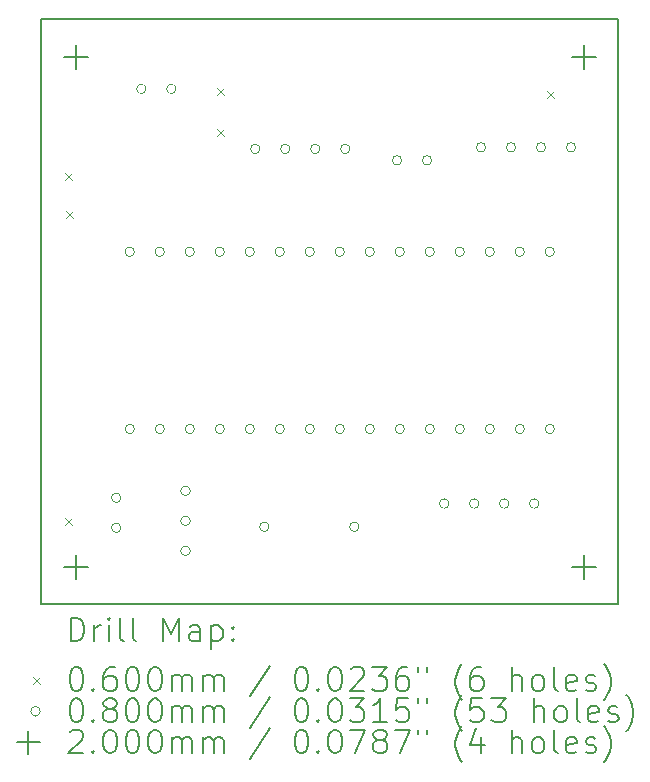
<source format=gbr>
%TF.GenerationSoftware,KiCad,Pcbnew,(6.0.7)*%
%TF.CreationDate,2022-12-27T14:57:17-05:00*%
%TF.ProjectId,smt_oven_120AC,736d745f-6f76-4656-9e5f-31323041432e,rev?*%
%TF.SameCoordinates,Original*%
%TF.FileFunction,Drillmap*%
%TF.FilePolarity,Positive*%
%FSLAX45Y45*%
G04 Gerber Fmt 4.5, Leading zero omitted, Abs format (unit mm)*
G04 Created by KiCad (PCBNEW (6.0.7)) date 2022-12-27 14:57:17*
%MOMM*%
%LPD*%
G01*
G04 APERTURE LIST*
%ADD10C,0.150000*%
%ADD11C,0.200000*%
%ADD12C,0.060000*%
%ADD13C,0.080000*%
G04 APERTURE END LIST*
D10*
X5305000Y-3060000D02*
X10190000Y-3060000D01*
X10190000Y-3060000D02*
X10190000Y-8010000D01*
X10190000Y-8010000D02*
X5305000Y-8010000D01*
X5305000Y-8010000D02*
X5305000Y-3060000D01*
D11*
D12*
X5510000Y-4360000D02*
X5570000Y-4420000D01*
X5570000Y-4360000D02*
X5510000Y-4420000D01*
X5510000Y-7285000D02*
X5570000Y-7345000D01*
X5570000Y-7285000D02*
X5510000Y-7345000D01*
X5515000Y-4685000D02*
X5575000Y-4745000D01*
X5575000Y-4685000D02*
X5515000Y-4745000D01*
X6790000Y-3640000D02*
X6850000Y-3700000D01*
X6850000Y-3640000D02*
X6790000Y-3700000D01*
X6795000Y-3990000D02*
X6855000Y-4050000D01*
X6855000Y-3990000D02*
X6795000Y-4050000D01*
X9590000Y-3670000D02*
X9650000Y-3730000D01*
X9650000Y-3670000D02*
X9590000Y-3730000D01*
D13*
X5980000Y-7113500D02*
G75*
G03*
X5980000Y-7113500I-40000J0D01*
G01*
X5980000Y-7367500D02*
G75*
G03*
X5980000Y-7367500I-40000J0D01*
G01*
X6095000Y-5031000D02*
G75*
G03*
X6095000Y-5031000I-40000J0D01*
G01*
X6095000Y-6531000D02*
G75*
G03*
X6095000Y-6531000I-40000J0D01*
G01*
X6193000Y-3652000D02*
G75*
G03*
X6193000Y-3652000I-40000J0D01*
G01*
X6349000Y-5031000D02*
G75*
G03*
X6349000Y-5031000I-40000J0D01*
G01*
X6349000Y-6531000D02*
G75*
G03*
X6349000Y-6531000I-40000J0D01*
G01*
X6447000Y-3652000D02*
G75*
G03*
X6447000Y-3652000I-40000J0D01*
G01*
X6567000Y-7056000D02*
G75*
G03*
X6567000Y-7056000I-40000J0D01*
G01*
X6567000Y-7310000D02*
G75*
G03*
X6567000Y-7310000I-40000J0D01*
G01*
X6567000Y-7564000D02*
G75*
G03*
X6567000Y-7564000I-40000J0D01*
G01*
X6603000Y-5031000D02*
G75*
G03*
X6603000Y-5031000I-40000J0D01*
G01*
X6603000Y-6531000D02*
G75*
G03*
X6603000Y-6531000I-40000J0D01*
G01*
X6857000Y-5031000D02*
G75*
G03*
X6857000Y-5031000I-40000J0D01*
G01*
X6857000Y-6531000D02*
G75*
G03*
X6857000Y-6531000I-40000J0D01*
G01*
X7111000Y-5031000D02*
G75*
G03*
X7111000Y-5031000I-40000J0D01*
G01*
X7111000Y-6531000D02*
G75*
G03*
X7111000Y-6531000I-40000J0D01*
G01*
X7158000Y-4160000D02*
G75*
G03*
X7158000Y-4160000I-40000J0D01*
G01*
X7234000Y-7360000D02*
G75*
G03*
X7234000Y-7360000I-40000J0D01*
G01*
X7365000Y-5031000D02*
G75*
G03*
X7365000Y-5031000I-40000J0D01*
G01*
X7365000Y-6531000D02*
G75*
G03*
X7365000Y-6531000I-40000J0D01*
G01*
X7412000Y-4160000D02*
G75*
G03*
X7412000Y-4160000I-40000J0D01*
G01*
X7619000Y-5031000D02*
G75*
G03*
X7619000Y-5031000I-40000J0D01*
G01*
X7619000Y-6531000D02*
G75*
G03*
X7619000Y-6531000I-40000J0D01*
G01*
X7666000Y-4160000D02*
G75*
G03*
X7666000Y-4160000I-40000J0D01*
G01*
X7873000Y-5031000D02*
G75*
G03*
X7873000Y-5031000I-40000J0D01*
G01*
X7873000Y-6531000D02*
G75*
G03*
X7873000Y-6531000I-40000J0D01*
G01*
X7920000Y-4160000D02*
G75*
G03*
X7920000Y-4160000I-40000J0D01*
G01*
X7996000Y-7360000D02*
G75*
G03*
X7996000Y-7360000I-40000J0D01*
G01*
X8127000Y-5031000D02*
G75*
G03*
X8127000Y-5031000I-40000J0D01*
G01*
X8127000Y-6531000D02*
G75*
G03*
X8127000Y-6531000I-40000J0D01*
G01*
X8358000Y-4257000D02*
G75*
G03*
X8358000Y-4257000I-40000J0D01*
G01*
X8381000Y-5031000D02*
G75*
G03*
X8381000Y-5031000I-40000J0D01*
G01*
X8381000Y-6531000D02*
G75*
G03*
X8381000Y-6531000I-40000J0D01*
G01*
X8612000Y-4257000D02*
G75*
G03*
X8612000Y-4257000I-40000J0D01*
G01*
X8635000Y-5031000D02*
G75*
G03*
X8635000Y-5031000I-40000J0D01*
G01*
X8635000Y-6531000D02*
G75*
G03*
X8635000Y-6531000I-40000J0D01*
G01*
X8758000Y-7162500D02*
G75*
G03*
X8758000Y-7162500I-40000J0D01*
G01*
X8889000Y-5031000D02*
G75*
G03*
X8889000Y-5031000I-40000J0D01*
G01*
X8889000Y-6531000D02*
G75*
G03*
X8889000Y-6531000I-40000J0D01*
G01*
X9012000Y-7162500D02*
G75*
G03*
X9012000Y-7162500I-40000J0D01*
G01*
X9069000Y-4147000D02*
G75*
G03*
X9069000Y-4147000I-40000J0D01*
G01*
X9143000Y-5031000D02*
G75*
G03*
X9143000Y-5031000I-40000J0D01*
G01*
X9143000Y-6531000D02*
G75*
G03*
X9143000Y-6531000I-40000J0D01*
G01*
X9266000Y-7162500D02*
G75*
G03*
X9266000Y-7162500I-40000J0D01*
G01*
X9323000Y-4147000D02*
G75*
G03*
X9323000Y-4147000I-40000J0D01*
G01*
X9397000Y-5031000D02*
G75*
G03*
X9397000Y-5031000I-40000J0D01*
G01*
X9397000Y-6531000D02*
G75*
G03*
X9397000Y-6531000I-40000J0D01*
G01*
X9520000Y-7162500D02*
G75*
G03*
X9520000Y-7162500I-40000J0D01*
G01*
X9577000Y-4147000D02*
G75*
G03*
X9577000Y-4147000I-40000J0D01*
G01*
X9651000Y-5031000D02*
G75*
G03*
X9651000Y-5031000I-40000J0D01*
G01*
X9651000Y-6531000D02*
G75*
G03*
X9651000Y-6531000I-40000J0D01*
G01*
X9831000Y-4147000D02*
G75*
G03*
X9831000Y-4147000I-40000J0D01*
G01*
D11*
X5600000Y-3280000D02*
X5600000Y-3480000D01*
X5500000Y-3380000D02*
X5700000Y-3380000D01*
X5600000Y-7600000D02*
X5600000Y-7800000D01*
X5500000Y-7700000D02*
X5700000Y-7700000D01*
X9900000Y-3280000D02*
X9900000Y-3480000D01*
X9800000Y-3380000D02*
X10000000Y-3380000D01*
X9900000Y-7600000D02*
X9900000Y-7800000D01*
X9800000Y-7700000D02*
X10000000Y-7700000D01*
X5555119Y-8327976D02*
X5555119Y-8127976D01*
X5602738Y-8127976D01*
X5631309Y-8137500D01*
X5650357Y-8156548D01*
X5659881Y-8175595D01*
X5669405Y-8213690D01*
X5669405Y-8242262D01*
X5659881Y-8280357D01*
X5650357Y-8299405D01*
X5631309Y-8318452D01*
X5602738Y-8327976D01*
X5555119Y-8327976D01*
X5755119Y-8327976D02*
X5755119Y-8194643D01*
X5755119Y-8232738D02*
X5764643Y-8213690D01*
X5774167Y-8204167D01*
X5793214Y-8194643D01*
X5812262Y-8194643D01*
X5878928Y-8327976D02*
X5878928Y-8194643D01*
X5878928Y-8127976D02*
X5869405Y-8137500D01*
X5878928Y-8147024D01*
X5888452Y-8137500D01*
X5878928Y-8127976D01*
X5878928Y-8147024D01*
X6002738Y-8327976D02*
X5983690Y-8318452D01*
X5974167Y-8299405D01*
X5974167Y-8127976D01*
X6107500Y-8327976D02*
X6088452Y-8318452D01*
X6078928Y-8299405D01*
X6078928Y-8127976D01*
X6336071Y-8327976D02*
X6336071Y-8127976D01*
X6402738Y-8270833D01*
X6469405Y-8127976D01*
X6469405Y-8327976D01*
X6650357Y-8327976D02*
X6650357Y-8223214D01*
X6640833Y-8204167D01*
X6621786Y-8194643D01*
X6583690Y-8194643D01*
X6564643Y-8204167D01*
X6650357Y-8318452D02*
X6631309Y-8327976D01*
X6583690Y-8327976D01*
X6564643Y-8318452D01*
X6555119Y-8299405D01*
X6555119Y-8280357D01*
X6564643Y-8261309D01*
X6583690Y-8251786D01*
X6631309Y-8251786D01*
X6650357Y-8242262D01*
X6745595Y-8194643D02*
X6745595Y-8394643D01*
X6745595Y-8204167D02*
X6764643Y-8194643D01*
X6802738Y-8194643D01*
X6821786Y-8204167D01*
X6831309Y-8213690D01*
X6840833Y-8232738D01*
X6840833Y-8289881D01*
X6831309Y-8308928D01*
X6821786Y-8318452D01*
X6802738Y-8327976D01*
X6764643Y-8327976D01*
X6745595Y-8318452D01*
X6926548Y-8308928D02*
X6936071Y-8318452D01*
X6926548Y-8327976D01*
X6917024Y-8318452D01*
X6926548Y-8308928D01*
X6926548Y-8327976D01*
X6926548Y-8204167D02*
X6936071Y-8213690D01*
X6926548Y-8223214D01*
X6917024Y-8213690D01*
X6926548Y-8204167D01*
X6926548Y-8223214D01*
D12*
X5237500Y-8627500D02*
X5297500Y-8687500D01*
X5297500Y-8627500D02*
X5237500Y-8687500D01*
D11*
X5593214Y-8547976D02*
X5612262Y-8547976D01*
X5631309Y-8557500D01*
X5640833Y-8567024D01*
X5650357Y-8586071D01*
X5659881Y-8624167D01*
X5659881Y-8671786D01*
X5650357Y-8709881D01*
X5640833Y-8728929D01*
X5631309Y-8738452D01*
X5612262Y-8747976D01*
X5593214Y-8747976D01*
X5574167Y-8738452D01*
X5564643Y-8728929D01*
X5555119Y-8709881D01*
X5545595Y-8671786D01*
X5545595Y-8624167D01*
X5555119Y-8586071D01*
X5564643Y-8567024D01*
X5574167Y-8557500D01*
X5593214Y-8547976D01*
X5745595Y-8728929D02*
X5755119Y-8738452D01*
X5745595Y-8747976D01*
X5736071Y-8738452D01*
X5745595Y-8728929D01*
X5745595Y-8747976D01*
X5926548Y-8547976D02*
X5888452Y-8547976D01*
X5869405Y-8557500D01*
X5859881Y-8567024D01*
X5840833Y-8595595D01*
X5831309Y-8633690D01*
X5831309Y-8709881D01*
X5840833Y-8728929D01*
X5850357Y-8738452D01*
X5869405Y-8747976D01*
X5907500Y-8747976D01*
X5926548Y-8738452D01*
X5936071Y-8728929D01*
X5945595Y-8709881D01*
X5945595Y-8662262D01*
X5936071Y-8643214D01*
X5926548Y-8633690D01*
X5907500Y-8624167D01*
X5869405Y-8624167D01*
X5850357Y-8633690D01*
X5840833Y-8643214D01*
X5831309Y-8662262D01*
X6069405Y-8547976D02*
X6088452Y-8547976D01*
X6107500Y-8557500D01*
X6117024Y-8567024D01*
X6126548Y-8586071D01*
X6136071Y-8624167D01*
X6136071Y-8671786D01*
X6126548Y-8709881D01*
X6117024Y-8728929D01*
X6107500Y-8738452D01*
X6088452Y-8747976D01*
X6069405Y-8747976D01*
X6050357Y-8738452D01*
X6040833Y-8728929D01*
X6031309Y-8709881D01*
X6021786Y-8671786D01*
X6021786Y-8624167D01*
X6031309Y-8586071D01*
X6040833Y-8567024D01*
X6050357Y-8557500D01*
X6069405Y-8547976D01*
X6259881Y-8547976D02*
X6278928Y-8547976D01*
X6297976Y-8557500D01*
X6307500Y-8567024D01*
X6317024Y-8586071D01*
X6326548Y-8624167D01*
X6326548Y-8671786D01*
X6317024Y-8709881D01*
X6307500Y-8728929D01*
X6297976Y-8738452D01*
X6278928Y-8747976D01*
X6259881Y-8747976D01*
X6240833Y-8738452D01*
X6231309Y-8728929D01*
X6221786Y-8709881D01*
X6212262Y-8671786D01*
X6212262Y-8624167D01*
X6221786Y-8586071D01*
X6231309Y-8567024D01*
X6240833Y-8557500D01*
X6259881Y-8547976D01*
X6412262Y-8747976D02*
X6412262Y-8614643D01*
X6412262Y-8633690D02*
X6421786Y-8624167D01*
X6440833Y-8614643D01*
X6469405Y-8614643D01*
X6488452Y-8624167D01*
X6497976Y-8643214D01*
X6497976Y-8747976D01*
X6497976Y-8643214D02*
X6507500Y-8624167D01*
X6526548Y-8614643D01*
X6555119Y-8614643D01*
X6574167Y-8624167D01*
X6583690Y-8643214D01*
X6583690Y-8747976D01*
X6678928Y-8747976D02*
X6678928Y-8614643D01*
X6678928Y-8633690D02*
X6688452Y-8624167D01*
X6707500Y-8614643D01*
X6736071Y-8614643D01*
X6755119Y-8624167D01*
X6764643Y-8643214D01*
X6764643Y-8747976D01*
X6764643Y-8643214D02*
X6774167Y-8624167D01*
X6793214Y-8614643D01*
X6821786Y-8614643D01*
X6840833Y-8624167D01*
X6850357Y-8643214D01*
X6850357Y-8747976D01*
X7240833Y-8538452D02*
X7069405Y-8795595D01*
X7497976Y-8547976D02*
X7517024Y-8547976D01*
X7536071Y-8557500D01*
X7545595Y-8567024D01*
X7555119Y-8586071D01*
X7564643Y-8624167D01*
X7564643Y-8671786D01*
X7555119Y-8709881D01*
X7545595Y-8728929D01*
X7536071Y-8738452D01*
X7517024Y-8747976D01*
X7497976Y-8747976D01*
X7478928Y-8738452D01*
X7469405Y-8728929D01*
X7459881Y-8709881D01*
X7450357Y-8671786D01*
X7450357Y-8624167D01*
X7459881Y-8586071D01*
X7469405Y-8567024D01*
X7478928Y-8557500D01*
X7497976Y-8547976D01*
X7650357Y-8728929D02*
X7659881Y-8738452D01*
X7650357Y-8747976D01*
X7640833Y-8738452D01*
X7650357Y-8728929D01*
X7650357Y-8747976D01*
X7783690Y-8547976D02*
X7802738Y-8547976D01*
X7821786Y-8557500D01*
X7831309Y-8567024D01*
X7840833Y-8586071D01*
X7850357Y-8624167D01*
X7850357Y-8671786D01*
X7840833Y-8709881D01*
X7831309Y-8728929D01*
X7821786Y-8738452D01*
X7802738Y-8747976D01*
X7783690Y-8747976D01*
X7764643Y-8738452D01*
X7755119Y-8728929D01*
X7745595Y-8709881D01*
X7736071Y-8671786D01*
X7736071Y-8624167D01*
X7745595Y-8586071D01*
X7755119Y-8567024D01*
X7764643Y-8557500D01*
X7783690Y-8547976D01*
X7926548Y-8567024D02*
X7936071Y-8557500D01*
X7955119Y-8547976D01*
X8002738Y-8547976D01*
X8021786Y-8557500D01*
X8031309Y-8567024D01*
X8040833Y-8586071D01*
X8040833Y-8605119D01*
X8031309Y-8633690D01*
X7917024Y-8747976D01*
X8040833Y-8747976D01*
X8107500Y-8547976D02*
X8231309Y-8547976D01*
X8164643Y-8624167D01*
X8193214Y-8624167D01*
X8212262Y-8633690D01*
X8221786Y-8643214D01*
X8231309Y-8662262D01*
X8231309Y-8709881D01*
X8221786Y-8728929D01*
X8212262Y-8738452D01*
X8193214Y-8747976D01*
X8136071Y-8747976D01*
X8117024Y-8738452D01*
X8107500Y-8728929D01*
X8402738Y-8547976D02*
X8364643Y-8547976D01*
X8345595Y-8557500D01*
X8336071Y-8567024D01*
X8317024Y-8595595D01*
X8307500Y-8633690D01*
X8307500Y-8709881D01*
X8317024Y-8728929D01*
X8326548Y-8738452D01*
X8345595Y-8747976D01*
X8383690Y-8747976D01*
X8402738Y-8738452D01*
X8412262Y-8728929D01*
X8421786Y-8709881D01*
X8421786Y-8662262D01*
X8412262Y-8643214D01*
X8402738Y-8633690D01*
X8383690Y-8624167D01*
X8345595Y-8624167D01*
X8326548Y-8633690D01*
X8317024Y-8643214D01*
X8307500Y-8662262D01*
X8497976Y-8547976D02*
X8497976Y-8586071D01*
X8574167Y-8547976D02*
X8574167Y-8586071D01*
X8869405Y-8824167D02*
X8859881Y-8814643D01*
X8840833Y-8786071D01*
X8831310Y-8767024D01*
X8821786Y-8738452D01*
X8812262Y-8690833D01*
X8812262Y-8652738D01*
X8821786Y-8605119D01*
X8831310Y-8576548D01*
X8840833Y-8557500D01*
X8859881Y-8528929D01*
X8869405Y-8519405D01*
X9031310Y-8547976D02*
X8993214Y-8547976D01*
X8974167Y-8557500D01*
X8964643Y-8567024D01*
X8945595Y-8595595D01*
X8936071Y-8633690D01*
X8936071Y-8709881D01*
X8945595Y-8728929D01*
X8955119Y-8738452D01*
X8974167Y-8747976D01*
X9012262Y-8747976D01*
X9031310Y-8738452D01*
X9040833Y-8728929D01*
X9050357Y-8709881D01*
X9050357Y-8662262D01*
X9040833Y-8643214D01*
X9031310Y-8633690D01*
X9012262Y-8624167D01*
X8974167Y-8624167D01*
X8955119Y-8633690D01*
X8945595Y-8643214D01*
X8936071Y-8662262D01*
X9288452Y-8747976D02*
X9288452Y-8547976D01*
X9374167Y-8747976D02*
X9374167Y-8643214D01*
X9364643Y-8624167D01*
X9345595Y-8614643D01*
X9317024Y-8614643D01*
X9297976Y-8624167D01*
X9288452Y-8633690D01*
X9497976Y-8747976D02*
X9478929Y-8738452D01*
X9469405Y-8728929D01*
X9459881Y-8709881D01*
X9459881Y-8652738D01*
X9469405Y-8633690D01*
X9478929Y-8624167D01*
X9497976Y-8614643D01*
X9526548Y-8614643D01*
X9545595Y-8624167D01*
X9555119Y-8633690D01*
X9564643Y-8652738D01*
X9564643Y-8709881D01*
X9555119Y-8728929D01*
X9545595Y-8738452D01*
X9526548Y-8747976D01*
X9497976Y-8747976D01*
X9678929Y-8747976D02*
X9659881Y-8738452D01*
X9650357Y-8719405D01*
X9650357Y-8547976D01*
X9831310Y-8738452D02*
X9812262Y-8747976D01*
X9774167Y-8747976D01*
X9755119Y-8738452D01*
X9745595Y-8719405D01*
X9745595Y-8643214D01*
X9755119Y-8624167D01*
X9774167Y-8614643D01*
X9812262Y-8614643D01*
X9831310Y-8624167D01*
X9840833Y-8643214D01*
X9840833Y-8662262D01*
X9745595Y-8681310D01*
X9917024Y-8738452D02*
X9936071Y-8747976D01*
X9974167Y-8747976D01*
X9993214Y-8738452D01*
X10002738Y-8719405D01*
X10002738Y-8709881D01*
X9993214Y-8690833D01*
X9974167Y-8681310D01*
X9945595Y-8681310D01*
X9926548Y-8671786D01*
X9917024Y-8652738D01*
X9917024Y-8643214D01*
X9926548Y-8624167D01*
X9945595Y-8614643D01*
X9974167Y-8614643D01*
X9993214Y-8624167D01*
X10069405Y-8824167D02*
X10078929Y-8814643D01*
X10097976Y-8786071D01*
X10107500Y-8767024D01*
X10117024Y-8738452D01*
X10126548Y-8690833D01*
X10126548Y-8652738D01*
X10117024Y-8605119D01*
X10107500Y-8576548D01*
X10097976Y-8557500D01*
X10078929Y-8528929D01*
X10069405Y-8519405D01*
D13*
X5297500Y-8921500D02*
G75*
G03*
X5297500Y-8921500I-40000J0D01*
G01*
D11*
X5593214Y-8811976D02*
X5612262Y-8811976D01*
X5631309Y-8821500D01*
X5640833Y-8831024D01*
X5650357Y-8850071D01*
X5659881Y-8888167D01*
X5659881Y-8935786D01*
X5650357Y-8973881D01*
X5640833Y-8992929D01*
X5631309Y-9002452D01*
X5612262Y-9011976D01*
X5593214Y-9011976D01*
X5574167Y-9002452D01*
X5564643Y-8992929D01*
X5555119Y-8973881D01*
X5545595Y-8935786D01*
X5545595Y-8888167D01*
X5555119Y-8850071D01*
X5564643Y-8831024D01*
X5574167Y-8821500D01*
X5593214Y-8811976D01*
X5745595Y-8992929D02*
X5755119Y-9002452D01*
X5745595Y-9011976D01*
X5736071Y-9002452D01*
X5745595Y-8992929D01*
X5745595Y-9011976D01*
X5869405Y-8897690D02*
X5850357Y-8888167D01*
X5840833Y-8878643D01*
X5831309Y-8859595D01*
X5831309Y-8850071D01*
X5840833Y-8831024D01*
X5850357Y-8821500D01*
X5869405Y-8811976D01*
X5907500Y-8811976D01*
X5926548Y-8821500D01*
X5936071Y-8831024D01*
X5945595Y-8850071D01*
X5945595Y-8859595D01*
X5936071Y-8878643D01*
X5926548Y-8888167D01*
X5907500Y-8897690D01*
X5869405Y-8897690D01*
X5850357Y-8907214D01*
X5840833Y-8916738D01*
X5831309Y-8935786D01*
X5831309Y-8973881D01*
X5840833Y-8992929D01*
X5850357Y-9002452D01*
X5869405Y-9011976D01*
X5907500Y-9011976D01*
X5926548Y-9002452D01*
X5936071Y-8992929D01*
X5945595Y-8973881D01*
X5945595Y-8935786D01*
X5936071Y-8916738D01*
X5926548Y-8907214D01*
X5907500Y-8897690D01*
X6069405Y-8811976D02*
X6088452Y-8811976D01*
X6107500Y-8821500D01*
X6117024Y-8831024D01*
X6126548Y-8850071D01*
X6136071Y-8888167D01*
X6136071Y-8935786D01*
X6126548Y-8973881D01*
X6117024Y-8992929D01*
X6107500Y-9002452D01*
X6088452Y-9011976D01*
X6069405Y-9011976D01*
X6050357Y-9002452D01*
X6040833Y-8992929D01*
X6031309Y-8973881D01*
X6021786Y-8935786D01*
X6021786Y-8888167D01*
X6031309Y-8850071D01*
X6040833Y-8831024D01*
X6050357Y-8821500D01*
X6069405Y-8811976D01*
X6259881Y-8811976D02*
X6278928Y-8811976D01*
X6297976Y-8821500D01*
X6307500Y-8831024D01*
X6317024Y-8850071D01*
X6326548Y-8888167D01*
X6326548Y-8935786D01*
X6317024Y-8973881D01*
X6307500Y-8992929D01*
X6297976Y-9002452D01*
X6278928Y-9011976D01*
X6259881Y-9011976D01*
X6240833Y-9002452D01*
X6231309Y-8992929D01*
X6221786Y-8973881D01*
X6212262Y-8935786D01*
X6212262Y-8888167D01*
X6221786Y-8850071D01*
X6231309Y-8831024D01*
X6240833Y-8821500D01*
X6259881Y-8811976D01*
X6412262Y-9011976D02*
X6412262Y-8878643D01*
X6412262Y-8897690D02*
X6421786Y-8888167D01*
X6440833Y-8878643D01*
X6469405Y-8878643D01*
X6488452Y-8888167D01*
X6497976Y-8907214D01*
X6497976Y-9011976D01*
X6497976Y-8907214D02*
X6507500Y-8888167D01*
X6526548Y-8878643D01*
X6555119Y-8878643D01*
X6574167Y-8888167D01*
X6583690Y-8907214D01*
X6583690Y-9011976D01*
X6678928Y-9011976D02*
X6678928Y-8878643D01*
X6678928Y-8897690D02*
X6688452Y-8888167D01*
X6707500Y-8878643D01*
X6736071Y-8878643D01*
X6755119Y-8888167D01*
X6764643Y-8907214D01*
X6764643Y-9011976D01*
X6764643Y-8907214D02*
X6774167Y-8888167D01*
X6793214Y-8878643D01*
X6821786Y-8878643D01*
X6840833Y-8888167D01*
X6850357Y-8907214D01*
X6850357Y-9011976D01*
X7240833Y-8802452D02*
X7069405Y-9059595D01*
X7497976Y-8811976D02*
X7517024Y-8811976D01*
X7536071Y-8821500D01*
X7545595Y-8831024D01*
X7555119Y-8850071D01*
X7564643Y-8888167D01*
X7564643Y-8935786D01*
X7555119Y-8973881D01*
X7545595Y-8992929D01*
X7536071Y-9002452D01*
X7517024Y-9011976D01*
X7497976Y-9011976D01*
X7478928Y-9002452D01*
X7469405Y-8992929D01*
X7459881Y-8973881D01*
X7450357Y-8935786D01*
X7450357Y-8888167D01*
X7459881Y-8850071D01*
X7469405Y-8831024D01*
X7478928Y-8821500D01*
X7497976Y-8811976D01*
X7650357Y-8992929D02*
X7659881Y-9002452D01*
X7650357Y-9011976D01*
X7640833Y-9002452D01*
X7650357Y-8992929D01*
X7650357Y-9011976D01*
X7783690Y-8811976D02*
X7802738Y-8811976D01*
X7821786Y-8821500D01*
X7831309Y-8831024D01*
X7840833Y-8850071D01*
X7850357Y-8888167D01*
X7850357Y-8935786D01*
X7840833Y-8973881D01*
X7831309Y-8992929D01*
X7821786Y-9002452D01*
X7802738Y-9011976D01*
X7783690Y-9011976D01*
X7764643Y-9002452D01*
X7755119Y-8992929D01*
X7745595Y-8973881D01*
X7736071Y-8935786D01*
X7736071Y-8888167D01*
X7745595Y-8850071D01*
X7755119Y-8831024D01*
X7764643Y-8821500D01*
X7783690Y-8811976D01*
X7917024Y-8811976D02*
X8040833Y-8811976D01*
X7974167Y-8888167D01*
X8002738Y-8888167D01*
X8021786Y-8897690D01*
X8031309Y-8907214D01*
X8040833Y-8926262D01*
X8040833Y-8973881D01*
X8031309Y-8992929D01*
X8021786Y-9002452D01*
X8002738Y-9011976D01*
X7945595Y-9011976D01*
X7926548Y-9002452D01*
X7917024Y-8992929D01*
X8231309Y-9011976D02*
X8117024Y-9011976D01*
X8174167Y-9011976D02*
X8174167Y-8811976D01*
X8155119Y-8840548D01*
X8136071Y-8859595D01*
X8117024Y-8869119D01*
X8412262Y-8811976D02*
X8317024Y-8811976D01*
X8307500Y-8907214D01*
X8317024Y-8897690D01*
X8336071Y-8888167D01*
X8383690Y-8888167D01*
X8402738Y-8897690D01*
X8412262Y-8907214D01*
X8421786Y-8926262D01*
X8421786Y-8973881D01*
X8412262Y-8992929D01*
X8402738Y-9002452D01*
X8383690Y-9011976D01*
X8336071Y-9011976D01*
X8317024Y-9002452D01*
X8307500Y-8992929D01*
X8497976Y-8811976D02*
X8497976Y-8850071D01*
X8574167Y-8811976D02*
X8574167Y-8850071D01*
X8869405Y-9088167D02*
X8859881Y-9078643D01*
X8840833Y-9050071D01*
X8831310Y-9031024D01*
X8821786Y-9002452D01*
X8812262Y-8954833D01*
X8812262Y-8916738D01*
X8821786Y-8869119D01*
X8831310Y-8840548D01*
X8840833Y-8821500D01*
X8859881Y-8792929D01*
X8869405Y-8783405D01*
X9040833Y-8811976D02*
X8945595Y-8811976D01*
X8936071Y-8907214D01*
X8945595Y-8897690D01*
X8964643Y-8888167D01*
X9012262Y-8888167D01*
X9031310Y-8897690D01*
X9040833Y-8907214D01*
X9050357Y-8926262D01*
X9050357Y-8973881D01*
X9040833Y-8992929D01*
X9031310Y-9002452D01*
X9012262Y-9011976D01*
X8964643Y-9011976D01*
X8945595Y-9002452D01*
X8936071Y-8992929D01*
X9117024Y-8811976D02*
X9240833Y-8811976D01*
X9174167Y-8888167D01*
X9202738Y-8888167D01*
X9221786Y-8897690D01*
X9231310Y-8907214D01*
X9240833Y-8926262D01*
X9240833Y-8973881D01*
X9231310Y-8992929D01*
X9221786Y-9002452D01*
X9202738Y-9011976D01*
X9145595Y-9011976D01*
X9126548Y-9002452D01*
X9117024Y-8992929D01*
X9478929Y-9011976D02*
X9478929Y-8811976D01*
X9564643Y-9011976D02*
X9564643Y-8907214D01*
X9555119Y-8888167D01*
X9536071Y-8878643D01*
X9507500Y-8878643D01*
X9488452Y-8888167D01*
X9478929Y-8897690D01*
X9688452Y-9011976D02*
X9669405Y-9002452D01*
X9659881Y-8992929D01*
X9650357Y-8973881D01*
X9650357Y-8916738D01*
X9659881Y-8897690D01*
X9669405Y-8888167D01*
X9688452Y-8878643D01*
X9717024Y-8878643D01*
X9736071Y-8888167D01*
X9745595Y-8897690D01*
X9755119Y-8916738D01*
X9755119Y-8973881D01*
X9745595Y-8992929D01*
X9736071Y-9002452D01*
X9717024Y-9011976D01*
X9688452Y-9011976D01*
X9869405Y-9011976D02*
X9850357Y-9002452D01*
X9840833Y-8983405D01*
X9840833Y-8811976D01*
X10021786Y-9002452D02*
X10002738Y-9011976D01*
X9964643Y-9011976D01*
X9945595Y-9002452D01*
X9936071Y-8983405D01*
X9936071Y-8907214D01*
X9945595Y-8888167D01*
X9964643Y-8878643D01*
X10002738Y-8878643D01*
X10021786Y-8888167D01*
X10031310Y-8907214D01*
X10031310Y-8926262D01*
X9936071Y-8945310D01*
X10107500Y-9002452D02*
X10126548Y-9011976D01*
X10164643Y-9011976D01*
X10183690Y-9002452D01*
X10193214Y-8983405D01*
X10193214Y-8973881D01*
X10183690Y-8954833D01*
X10164643Y-8945310D01*
X10136071Y-8945310D01*
X10117024Y-8935786D01*
X10107500Y-8916738D01*
X10107500Y-8907214D01*
X10117024Y-8888167D01*
X10136071Y-8878643D01*
X10164643Y-8878643D01*
X10183690Y-8888167D01*
X10259881Y-9088167D02*
X10269405Y-9078643D01*
X10288452Y-9050071D01*
X10297976Y-9031024D01*
X10307500Y-9002452D01*
X10317024Y-8954833D01*
X10317024Y-8916738D01*
X10307500Y-8869119D01*
X10297976Y-8840548D01*
X10288452Y-8821500D01*
X10269405Y-8792929D01*
X10259881Y-8783405D01*
X5197500Y-9085500D02*
X5197500Y-9285500D01*
X5097500Y-9185500D02*
X5297500Y-9185500D01*
X5545595Y-9095024D02*
X5555119Y-9085500D01*
X5574167Y-9075976D01*
X5621786Y-9075976D01*
X5640833Y-9085500D01*
X5650357Y-9095024D01*
X5659881Y-9114071D01*
X5659881Y-9133119D01*
X5650357Y-9161690D01*
X5536071Y-9275976D01*
X5659881Y-9275976D01*
X5745595Y-9256929D02*
X5755119Y-9266452D01*
X5745595Y-9275976D01*
X5736071Y-9266452D01*
X5745595Y-9256929D01*
X5745595Y-9275976D01*
X5878928Y-9075976D02*
X5897976Y-9075976D01*
X5917024Y-9085500D01*
X5926548Y-9095024D01*
X5936071Y-9114071D01*
X5945595Y-9152167D01*
X5945595Y-9199786D01*
X5936071Y-9237881D01*
X5926548Y-9256929D01*
X5917024Y-9266452D01*
X5897976Y-9275976D01*
X5878928Y-9275976D01*
X5859881Y-9266452D01*
X5850357Y-9256929D01*
X5840833Y-9237881D01*
X5831309Y-9199786D01*
X5831309Y-9152167D01*
X5840833Y-9114071D01*
X5850357Y-9095024D01*
X5859881Y-9085500D01*
X5878928Y-9075976D01*
X6069405Y-9075976D02*
X6088452Y-9075976D01*
X6107500Y-9085500D01*
X6117024Y-9095024D01*
X6126548Y-9114071D01*
X6136071Y-9152167D01*
X6136071Y-9199786D01*
X6126548Y-9237881D01*
X6117024Y-9256929D01*
X6107500Y-9266452D01*
X6088452Y-9275976D01*
X6069405Y-9275976D01*
X6050357Y-9266452D01*
X6040833Y-9256929D01*
X6031309Y-9237881D01*
X6021786Y-9199786D01*
X6021786Y-9152167D01*
X6031309Y-9114071D01*
X6040833Y-9095024D01*
X6050357Y-9085500D01*
X6069405Y-9075976D01*
X6259881Y-9075976D02*
X6278928Y-9075976D01*
X6297976Y-9085500D01*
X6307500Y-9095024D01*
X6317024Y-9114071D01*
X6326548Y-9152167D01*
X6326548Y-9199786D01*
X6317024Y-9237881D01*
X6307500Y-9256929D01*
X6297976Y-9266452D01*
X6278928Y-9275976D01*
X6259881Y-9275976D01*
X6240833Y-9266452D01*
X6231309Y-9256929D01*
X6221786Y-9237881D01*
X6212262Y-9199786D01*
X6212262Y-9152167D01*
X6221786Y-9114071D01*
X6231309Y-9095024D01*
X6240833Y-9085500D01*
X6259881Y-9075976D01*
X6412262Y-9275976D02*
X6412262Y-9142643D01*
X6412262Y-9161690D02*
X6421786Y-9152167D01*
X6440833Y-9142643D01*
X6469405Y-9142643D01*
X6488452Y-9152167D01*
X6497976Y-9171214D01*
X6497976Y-9275976D01*
X6497976Y-9171214D02*
X6507500Y-9152167D01*
X6526548Y-9142643D01*
X6555119Y-9142643D01*
X6574167Y-9152167D01*
X6583690Y-9171214D01*
X6583690Y-9275976D01*
X6678928Y-9275976D02*
X6678928Y-9142643D01*
X6678928Y-9161690D02*
X6688452Y-9152167D01*
X6707500Y-9142643D01*
X6736071Y-9142643D01*
X6755119Y-9152167D01*
X6764643Y-9171214D01*
X6764643Y-9275976D01*
X6764643Y-9171214D02*
X6774167Y-9152167D01*
X6793214Y-9142643D01*
X6821786Y-9142643D01*
X6840833Y-9152167D01*
X6850357Y-9171214D01*
X6850357Y-9275976D01*
X7240833Y-9066452D02*
X7069405Y-9323595D01*
X7497976Y-9075976D02*
X7517024Y-9075976D01*
X7536071Y-9085500D01*
X7545595Y-9095024D01*
X7555119Y-9114071D01*
X7564643Y-9152167D01*
X7564643Y-9199786D01*
X7555119Y-9237881D01*
X7545595Y-9256929D01*
X7536071Y-9266452D01*
X7517024Y-9275976D01*
X7497976Y-9275976D01*
X7478928Y-9266452D01*
X7469405Y-9256929D01*
X7459881Y-9237881D01*
X7450357Y-9199786D01*
X7450357Y-9152167D01*
X7459881Y-9114071D01*
X7469405Y-9095024D01*
X7478928Y-9085500D01*
X7497976Y-9075976D01*
X7650357Y-9256929D02*
X7659881Y-9266452D01*
X7650357Y-9275976D01*
X7640833Y-9266452D01*
X7650357Y-9256929D01*
X7650357Y-9275976D01*
X7783690Y-9075976D02*
X7802738Y-9075976D01*
X7821786Y-9085500D01*
X7831309Y-9095024D01*
X7840833Y-9114071D01*
X7850357Y-9152167D01*
X7850357Y-9199786D01*
X7840833Y-9237881D01*
X7831309Y-9256929D01*
X7821786Y-9266452D01*
X7802738Y-9275976D01*
X7783690Y-9275976D01*
X7764643Y-9266452D01*
X7755119Y-9256929D01*
X7745595Y-9237881D01*
X7736071Y-9199786D01*
X7736071Y-9152167D01*
X7745595Y-9114071D01*
X7755119Y-9095024D01*
X7764643Y-9085500D01*
X7783690Y-9075976D01*
X7917024Y-9075976D02*
X8050357Y-9075976D01*
X7964643Y-9275976D01*
X8155119Y-9161690D02*
X8136071Y-9152167D01*
X8126548Y-9142643D01*
X8117024Y-9123595D01*
X8117024Y-9114071D01*
X8126548Y-9095024D01*
X8136071Y-9085500D01*
X8155119Y-9075976D01*
X8193214Y-9075976D01*
X8212262Y-9085500D01*
X8221786Y-9095024D01*
X8231309Y-9114071D01*
X8231309Y-9123595D01*
X8221786Y-9142643D01*
X8212262Y-9152167D01*
X8193214Y-9161690D01*
X8155119Y-9161690D01*
X8136071Y-9171214D01*
X8126548Y-9180738D01*
X8117024Y-9199786D01*
X8117024Y-9237881D01*
X8126548Y-9256929D01*
X8136071Y-9266452D01*
X8155119Y-9275976D01*
X8193214Y-9275976D01*
X8212262Y-9266452D01*
X8221786Y-9256929D01*
X8231309Y-9237881D01*
X8231309Y-9199786D01*
X8221786Y-9180738D01*
X8212262Y-9171214D01*
X8193214Y-9161690D01*
X8297976Y-9075976D02*
X8431310Y-9075976D01*
X8345595Y-9275976D01*
X8497976Y-9075976D02*
X8497976Y-9114071D01*
X8574167Y-9075976D02*
X8574167Y-9114071D01*
X8869405Y-9352167D02*
X8859881Y-9342643D01*
X8840833Y-9314071D01*
X8831310Y-9295024D01*
X8821786Y-9266452D01*
X8812262Y-9218833D01*
X8812262Y-9180738D01*
X8821786Y-9133119D01*
X8831310Y-9104548D01*
X8840833Y-9085500D01*
X8859881Y-9056929D01*
X8869405Y-9047405D01*
X9031310Y-9142643D02*
X9031310Y-9275976D01*
X8983690Y-9066452D02*
X8936071Y-9209310D01*
X9059881Y-9209310D01*
X9288452Y-9275976D02*
X9288452Y-9075976D01*
X9374167Y-9275976D02*
X9374167Y-9171214D01*
X9364643Y-9152167D01*
X9345595Y-9142643D01*
X9317024Y-9142643D01*
X9297976Y-9152167D01*
X9288452Y-9161690D01*
X9497976Y-9275976D02*
X9478929Y-9266452D01*
X9469405Y-9256929D01*
X9459881Y-9237881D01*
X9459881Y-9180738D01*
X9469405Y-9161690D01*
X9478929Y-9152167D01*
X9497976Y-9142643D01*
X9526548Y-9142643D01*
X9545595Y-9152167D01*
X9555119Y-9161690D01*
X9564643Y-9180738D01*
X9564643Y-9237881D01*
X9555119Y-9256929D01*
X9545595Y-9266452D01*
X9526548Y-9275976D01*
X9497976Y-9275976D01*
X9678929Y-9275976D02*
X9659881Y-9266452D01*
X9650357Y-9247405D01*
X9650357Y-9075976D01*
X9831310Y-9266452D02*
X9812262Y-9275976D01*
X9774167Y-9275976D01*
X9755119Y-9266452D01*
X9745595Y-9247405D01*
X9745595Y-9171214D01*
X9755119Y-9152167D01*
X9774167Y-9142643D01*
X9812262Y-9142643D01*
X9831310Y-9152167D01*
X9840833Y-9171214D01*
X9840833Y-9190262D01*
X9745595Y-9209310D01*
X9917024Y-9266452D02*
X9936071Y-9275976D01*
X9974167Y-9275976D01*
X9993214Y-9266452D01*
X10002738Y-9247405D01*
X10002738Y-9237881D01*
X9993214Y-9218833D01*
X9974167Y-9209310D01*
X9945595Y-9209310D01*
X9926548Y-9199786D01*
X9917024Y-9180738D01*
X9917024Y-9171214D01*
X9926548Y-9152167D01*
X9945595Y-9142643D01*
X9974167Y-9142643D01*
X9993214Y-9152167D01*
X10069405Y-9352167D02*
X10078929Y-9342643D01*
X10097976Y-9314071D01*
X10107500Y-9295024D01*
X10117024Y-9266452D01*
X10126548Y-9218833D01*
X10126548Y-9180738D01*
X10117024Y-9133119D01*
X10107500Y-9104548D01*
X10097976Y-9085500D01*
X10078929Y-9056929D01*
X10069405Y-9047405D01*
M02*

</source>
